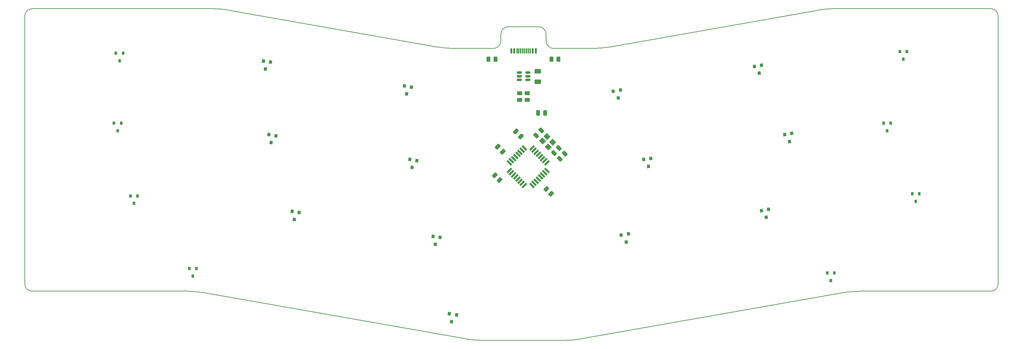
<source format=gbr>
G04 #@! TF.GenerationSoftware,KiCad,Pcbnew,6.0.5-a6ca702e91~116~ubuntu20.04.1*
G04 #@! TF.CreationDate,2022-06-01T09:33:51+02:00*
G04 #@! TF.ProjectId,3liza,336c697a-612e-46b6-9963-61645f706362,rev?*
G04 #@! TF.SameCoordinates,Original*
G04 #@! TF.FileFunction,Paste,Bot*
G04 #@! TF.FilePolarity,Positive*
%FSLAX46Y46*%
G04 Gerber Fmt 4.6, Leading zero omitted, Abs format (unit mm)*
G04 Created by KiCad (PCBNEW 6.0.5-a6ca702e91~116~ubuntu20.04.1) date 2022-06-01 09:33:51*
%MOMM*%
%LPD*%
G01*
G04 APERTURE LIST*
G04 Aperture macros list*
%AMRoundRect*
0 Rectangle with rounded corners*
0 $1 Rounding radius*
0 $2 $3 $4 $5 $6 $7 $8 $9 X,Y pos of 4 corners*
0 Add a 4 corners polygon primitive as box body*
4,1,4,$2,$3,$4,$5,$6,$7,$8,$9,$2,$3,0*
0 Add four circle primitives for the rounded corners*
1,1,$1+$1,$2,$3*
1,1,$1+$1,$4,$5*
1,1,$1+$1,$6,$7*
1,1,$1+$1,$8,$9*
0 Add four rect primitives between the rounded corners*
20,1,$1+$1,$2,$3,$4,$5,0*
20,1,$1+$1,$4,$5,$6,$7,0*
20,1,$1+$1,$6,$7,$8,$9,0*
20,1,$1+$1,$8,$9,$2,$3,0*%
%AMRotRect*
0 Rectangle, with rotation*
0 The origin of the aperture is its center*
0 $1 length*
0 $2 width*
0 $3 Rotation angle, in degrees counterclockwise*
0 Add horizontal line*
21,1,$1,$2,0,0,$3*%
G04 Aperture macros list end*
G04 #@! TA.AperFunction,Profile*
%ADD10C,0.200000*%
G04 #@! TD*
%ADD11RotRect,0.900000X0.800000X260.000000*%
%ADD12RoundRect,0.250000X0.159099X-0.512652X0.512652X-0.159099X-0.159099X0.512652X-0.512652X0.159099X0*%
%ADD13R,0.800000X0.900000*%
%ADD14RoundRect,0.250000X-0.450000X0.262500X-0.450000X-0.262500X0.450000X-0.262500X0.450000X0.262500X0*%
%ADD15RoundRect,0.250000X0.503814X0.132583X0.132583X0.503814X-0.503814X-0.132583X-0.132583X-0.503814X0*%
%ADD16RoundRect,0.250000X-0.250000X-0.475000X0.250000X-0.475000X0.250000X0.475000X-0.250000X0.475000X0*%
%ADD17RotRect,0.900000X0.800000X280.000000*%
%ADD18RotRect,1.600000X0.550000X225.000000*%
%ADD19RotRect,1.600000X0.550000X135.000000*%
%ADD20R,0.600000X1.450000*%
%ADD21R,0.300000X1.450000*%
%ADD22RoundRect,0.250000X0.262500X0.450000X-0.262500X0.450000X-0.262500X-0.450000X0.262500X-0.450000X0*%
%ADD23RoundRect,0.250000X0.625000X-0.375000X0.625000X0.375000X-0.625000X0.375000X-0.625000X-0.375000X0*%
%ADD24RoundRect,0.250000X0.512652X0.159099X0.159099X0.512652X-0.512652X-0.159099X-0.159099X-0.512652X0*%
%ADD25RotRect,1.400000X1.200000X315.000000*%
%ADD26RoundRect,0.250000X-0.159099X0.512652X-0.512652X0.159099X0.159099X-0.512652X0.512652X-0.159099X0*%
%ADD27RoundRect,0.150000X-0.512500X-0.150000X0.512500X-0.150000X0.512500X0.150000X-0.512500X0.150000X0*%
%ADD28RoundRect,0.250000X-0.262500X-0.450000X0.262500X-0.450000X0.262500X0.450000X-0.262500X0.450000X0*%
G04 APERTURE END LIST*
D10*
X161176369Y-72788356D02*
X171570538Y-72788357D01*
X20472284Y-135409792D02*
X20472281Y-64209790D01*
X149176370Y-66988370D02*
G75*
G03*
X147176370Y-68988357I30J-2000030D01*
G01*
X235938988Y-62209792D02*
X277502783Y-62209794D01*
X130267347Y-72393357D02*
G75*
G03*
X134782198Y-72788356I4514853J25604957D01*
G01*
X235938988Y-62209789D02*
G75*
G03*
X231771433Y-62574406I12J-23999911D01*
G01*
X22472283Y-62209795D02*
X70413751Y-62209792D01*
X149176370Y-66988357D02*
X157176369Y-66988356D01*
X279502806Y-64209792D02*
G75*
G03*
X277502783Y-62209794I-2000006J-8D01*
G01*
X159176444Y-70788357D02*
G75*
G03*
X161176369Y-72788356I1999956J-43D01*
G01*
X22472283Y-62209781D02*
G75*
G03*
X20472281Y-64209790I17J-2000019D01*
G01*
X74581306Y-62574403D02*
X130267347Y-72393357D01*
X137930137Y-150104594D02*
X68174476Y-137804790D01*
X164255046Y-150469218D02*
G75*
G03*
X168422602Y-150104596I-46J24000018D01*
G01*
X74581305Y-62574410D02*
G75*
G03*
X70413751Y-62209792I-4167605J-23635690D01*
G01*
X279502781Y-64209792D02*
X279502782Y-135409792D01*
X242693115Y-137409791D02*
G75*
G03*
X238178261Y-137804790I-15J-25999809D01*
G01*
X20472308Y-135409792D02*
G75*
G03*
X22472282Y-137409792I1999992J-8D01*
G01*
X277502783Y-137409782D02*
G75*
G03*
X279502782Y-135409792I17J1999982D01*
G01*
X68174476Y-137804790D02*
G75*
G03*
X63659623Y-137409795I-4514876J-25605510D01*
G01*
X176085394Y-72393358D02*
X231771433Y-62574406D01*
X145176368Y-72788370D02*
G75*
G03*
X147176370Y-70788358I32J1999970D01*
G01*
X277502783Y-137409795D02*
X242693115Y-137409794D01*
X238178261Y-137804790D02*
X168422602Y-150104596D01*
X147176370Y-70788358D02*
X147176370Y-68988357D01*
X164255046Y-150469211D02*
X142097693Y-150469210D01*
X171570538Y-72788364D02*
G75*
G03*
X176085394Y-72393358I-38J25999964D01*
G01*
X159176344Y-68988358D02*
G75*
G03*
X157176369Y-66988356I-1999944J58D01*
G01*
X159176365Y-68988358D02*
X159176369Y-70788357D01*
X63659623Y-137409795D02*
X22472282Y-137409792D01*
X134782198Y-72788356D02*
X145176368Y-72788354D01*
X137930138Y-150104589D02*
G75*
G03*
X142097693Y-150469210I4167562J23634989D01*
G01*
D11*
G04 #@! TO.C,D15*
X129707920Y-124903748D03*
X129119649Y-122769166D03*
X130990784Y-123099098D03*
G04 #@! TD*
D12*
G04 #@! TO.C,C5*
X161258357Y-100614737D03*
X162601859Y-99271235D03*
G04 #@! TD*
D13*
G04 #@! TO.C,D12*
X249950005Y-94700694D03*
X249000005Y-92700694D03*
X250900005Y-92700694D03*
G04 #@! TD*
D14*
G04 #@! TO.C,R4*
X152146772Y-84676679D03*
X152146772Y-86501679D03*
G04 #@! TD*
D15*
G04 #@! TO.C,R6*
X146848407Y-107824414D03*
X145557937Y-106533944D03*
G04 #@! TD*
D11*
G04 #@! TO.C,D20*
X134066089Y-145531921D03*
X133477818Y-143397339D03*
X135348953Y-143727271D03*
G04 #@! TD*
D13*
G04 #@! TO.C,D19*
X65200774Y-133373682D03*
X64250774Y-131373682D03*
X66150774Y-131373682D03*
G04 #@! TD*
D14*
G04 #@! TO.C,R3*
X154192003Y-84667341D03*
X154192003Y-86492341D03*
G04 #@! TD*
D13*
G04 #@! TO.C,D18*
X257570004Y-113496693D03*
X256620004Y-111496693D03*
X258520004Y-111496693D03*
G04 #@! TD*
G04 #@! TO.C,D1*
X45690333Y-76070189D03*
X44740333Y-74070189D03*
X46640333Y-74070189D03*
G04 #@! TD*
G04 #@! TO.C,D6*
X254268004Y-75650693D03*
X253318004Y-73650693D03*
X255218004Y-73650693D03*
G04 #@! TD*
D16*
G04 #@! TO.C,C1*
X157026604Y-89966893D03*
X158926604Y-89966893D03*
G04 #@! TD*
D17*
G04 #@! TO.C,D16*
X180477553Y-124302514D03*
X179194689Y-122497864D03*
X181065824Y-122167932D03*
G04 #@! TD*
D11*
G04 #@! TO.C,D9*
X123510556Y-104467106D03*
X122922285Y-102332524D03*
X124793420Y-102662456D03*
G04 #@! TD*
G04 #@! TO.C,D2*
X84544699Y-78252498D03*
X83956428Y-76117916D03*
X85827563Y-76447848D03*
G04 #@! TD*
D18*
G04 #@! TO.C,U1*
X155435001Y-99291408D03*
X156000686Y-99857094D03*
X156566372Y-100422779D03*
X157132057Y-100988464D03*
X157697743Y-101554150D03*
X158263428Y-102119835D03*
X158829113Y-102685521D03*
X159394799Y-103251206D03*
D19*
X159394799Y-105301816D03*
X158829113Y-105867501D03*
X158263428Y-106433187D03*
X157697743Y-106998872D03*
X157132057Y-107564558D03*
X156566372Y-108130243D03*
X156000686Y-108695928D03*
X155435001Y-109261614D03*
D18*
X153384391Y-109261614D03*
X152818706Y-108695928D03*
X152253020Y-108130243D03*
X151687335Y-107564558D03*
X151121649Y-106998872D03*
X150555964Y-106433187D03*
X149990279Y-105867501D03*
X149424593Y-105301816D03*
D19*
X149424593Y-103251206D03*
X149990279Y-102685521D03*
X150555964Y-102119835D03*
X151121649Y-101554150D03*
X151687335Y-100988464D03*
X152253020Y-100422779D03*
X152818706Y-99857094D03*
X153384391Y-99291408D03*
G04 #@! TD*
D12*
G04 #@! TO.C,C3*
X162820924Y-102177301D03*
X164164426Y-100833799D03*
G04 #@! TD*
D13*
G04 #@! TO.C,D13*
X49525732Y-114017791D03*
X48575732Y-112017791D03*
X50475732Y-112017791D03*
G04 #@! TD*
D20*
G04 #@! TO.C,USB1*
X149933131Y-73425591D03*
X150733131Y-73425591D03*
D21*
X151933131Y-73425591D03*
X152933131Y-73425591D03*
X153433131Y-73425591D03*
X154433131Y-73425591D03*
D20*
X155633131Y-73425591D03*
X156433131Y-73425591D03*
X156433131Y-73425591D03*
X155633131Y-73425591D03*
D21*
X154933131Y-73425591D03*
X153933131Y-73425591D03*
X152433131Y-73425591D03*
X151433131Y-73425591D03*
D20*
X150733131Y-73425591D03*
X149933131Y-73425591D03*
G04 #@! TD*
D22*
G04 #@! TO.C,R2*
X162470505Y-75666695D03*
X160645505Y-75666695D03*
G04 #@! TD*
D11*
G04 #@! TO.C,D14*
X92186745Y-118287749D03*
X91598474Y-116153167D03*
X93469609Y-116483099D03*
G04 #@! TD*
D23*
G04 #@! TO.C,F1*
X156986004Y-81638694D03*
X156986004Y-78838694D03*
G04 #@! TD*
D15*
G04 #@! TO.C,R5*
X160560714Y-111456631D03*
X159270244Y-110166161D03*
G04 #@! TD*
D17*
G04 #@! TO.C,D17*
X217748589Y-117730626D03*
X216465725Y-115925976D03*
X218336860Y-115596044D03*
G04 #@! TD*
D24*
G04 #@! TO.C,C2*
X152490093Y-96250332D03*
X151146591Y-94906830D03*
G04 #@! TD*
D25*
G04 #@! TO.C,X1*
X159418466Y-96229261D03*
X160974101Y-97784896D03*
X159772020Y-98986977D03*
X158216385Y-97431342D03*
G04 #@! TD*
D26*
G04 #@! TO.C,C4*
X157932127Y-94601502D03*
X156588625Y-95945004D03*
G04 #@! TD*
D13*
G04 #@! TO.C,D7*
X45182331Y-94688390D03*
X44232331Y-92688390D03*
X46132331Y-92688390D03*
G04 #@! TD*
D17*
G04 #@! TO.C,D4*
X178364097Y-85987419D03*
X177081233Y-84182769D03*
X178952368Y-83852837D03*
G04 #@! TD*
D27*
G04 #@! TO.C,U2*
X152089303Y-81137895D03*
X152089303Y-80187895D03*
X152089303Y-79237895D03*
X154364303Y-79237895D03*
X154364303Y-80187895D03*
X154364303Y-81137895D03*
G04 #@! TD*
D13*
G04 #@! TO.C,D21*
X234964005Y-134578694D03*
X234014005Y-132578694D03*
X235914005Y-132578694D03*
G04 #@! TD*
D11*
G04 #@! TO.C,D8*
X85989381Y-97851108D03*
X85401110Y-95716526D03*
X87272245Y-96046458D03*
G04 #@! TD*
D17*
G04 #@! TO.C,D10*
X186468886Y-104160120D03*
X185186022Y-102355470D03*
X187057157Y-102025538D03*
G04 #@! TD*
D11*
G04 #@! TO.C,D3*
X122065872Y-84868492D03*
X121477601Y-82733910D03*
X123348736Y-83063842D03*
G04 #@! TD*
D24*
G04 #@! TO.C,C6*
X147676673Y-100309407D03*
X146333171Y-98965905D03*
G04 #@! TD*
D28*
G04 #@! TO.C,R1*
X143881504Y-75666695D03*
X145706504Y-75666695D03*
G04 #@! TD*
D17*
G04 #@! TO.C,D5*
X215885274Y-79371423D03*
X214602410Y-77566773D03*
X216473545Y-77236841D03*
G04 #@! TD*
G04 #@! TO.C,D11*
X223990062Y-97544126D03*
X222707198Y-95739476D03*
X224578333Y-95409544D03*
G04 #@! TD*
M02*

</source>
